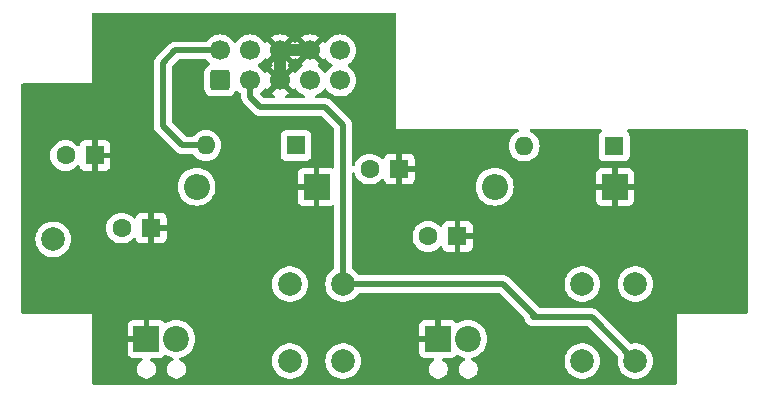
<source format=gbl>
G04 #@! TF.GenerationSoftware,KiCad,Pcbnew,8.0.0-rc1*
G04 #@! TF.CreationDate,2025-07-19T19:19:54+02:00*
G04 #@! TF.ProjectId,Pneumatic control unit system,506e6575-6d61-4746-9963-20636f6e7472,rev?*
G04 #@! TF.SameCoordinates,Original*
G04 #@! TF.FileFunction,Copper,L2,Bot*
G04 #@! TF.FilePolarity,Positive*
%FSLAX46Y46*%
G04 Gerber Fmt 4.6, Leading zero omitted, Abs format (unit mm)*
G04 Created by KiCad (PCBNEW 8.0.0-rc1) date 2025-07-19 19:19:54*
%MOMM*%
%LPD*%
G01*
G04 APERTURE LIST*
G04 Aperture macros list*
%AMRoundRect*
0 Rectangle with rounded corners*
0 $1 Rounding radius*
0 $2 $3 $4 $5 $6 $7 $8 $9 X,Y pos of 4 corners*
0 Add a 4 corners polygon primitive as box body*
4,1,4,$2,$3,$4,$5,$6,$7,$8,$9,$2,$3,0*
0 Add four circle primitives for the rounded corners*
1,1,$1+$1,$2,$3*
1,1,$1+$1,$4,$5*
1,1,$1+$1,$6,$7*
1,1,$1+$1,$8,$9*
0 Add four rect primitives between the rounded corners*
20,1,$1+$1,$2,$3,$4,$5,0*
20,1,$1+$1,$4,$5,$6,$7,0*
20,1,$1+$1,$6,$7,$8,$9,0*
20,1,$1+$1,$8,$9,$2,$3,0*%
G04 Aperture macros list end*
G04 #@! TA.AperFunction,ComponentPad*
%ADD10R,1.600000X1.600000*%
G04 #@! TD*
G04 #@! TA.AperFunction,ComponentPad*
%ADD11O,1.600000X1.600000*%
G04 #@! TD*
G04 #@! TA.AperFunction,ComponentPad*
%ADD12R,2.200000X2.200000*%
G04 #@! TD*
G04 #@! TA.AperFunction,ComponentPad*
%ADD13O,2.200000X2.200000*%
G04 #@! TD*
G04 #@! TA.AperFunction,ComponentPad*
%ADD14C,2.000000*%
G04 #@! TD*
G04 #@! TA.AperFunction,ComponentPad*
%ADD15RoundRect,0.250000X0.600000X-0.600000X0.600000X0.600000X-0.600000X0.600000X-0.600000X-0.600000X0*%
G04 #@! TD*
G04 #@! TA.AperFunction,ComponentPad*
%ADD16C,1.700000*%
G04 #@! TD*
G04 #@! TA.AperFunction,ComponentPad*
%ADD17C,2.200000*%
G04 #@! TD*
G04 #@! TA.AperFunction,ComponentPad*
%ADD18C,1.600000*%
G04 #@! TD*
G04 #@! TA.AperFunction,ViaPad*
%ADD19C,0.600000*%
G04 #@! TD*
G04 #@! TA.AperFunction,Conductor*
%ADD20C,0.500000*%
G04 #@! TD*
G04 #@! TA.AperFunction,Conductor*
%ADD21C,1.000000*%
G04 #@! TD*
G04 APERTURE END LIST*
D10*
X44250000Y-33250000D03*
D11*
X36630000Y-33250000D03*
D12*
X71250000Y-36750000D03*
D13*
X61090000Y-36750000D03*
D14*
X43750000Y-51500000D03*
X43750000Y-45000000D03*
X48250000Y-51500000D03*
X48250000Y-45000000D03*
X68500000Y-51500000D03*
X68500000Y-45000000D03*
X73000000Y-51500000D03*
X73000000Y-45000000D03*
X23700000Y-41200000D03*
D12*
X46000000Y-36750000D03*
D13*
X35840000Y-36750000D03*
D15*
X37840000Y-27750000D03*
D16*
X37840000Y-25210000D03*
X40380000Y-27750000D03*
X40380000Y-25210000D03*
X42920000Y-27750000D03*
X42920000Y-25210000D03*
X45460000Y-27750000D03*
X45460000Y-25210000D03*
X48000000Y-27750000D03*
X48000000Y-25210000D03*
D12*
X31600000Y-49646860D03*
D17*
X34140000Y-49646860D03*
D10*
X71200000Y-33300000D03*
D11*
X63580000Y-33300000D03*
D12*
X56300610Y-49646860D03*
D17*
X58840610Y-49646860D03*
D10*
X32000000Y-40250000D03*
D18*
X29500000Y-40250000D03*
D10*
X53000000Y-35250000D03*
D18*
X50500000Y-35250000D03*
D10*
X57932380Y-40950000D03*
D18*
X55432380Y-40950000D03*
D10*
X27250000Y-34100000D03*
D18*
X24750000Y-34100000D03*
D19*
X62000000Y-50250000D03*
X37250000Y-50000000D03*
D20*
X46750000Y-30000000D02*
X41250000Y-30000000D01*
X61800000Y-45000000D02*
X48250000Y-45000000D01*
X61800000Y-45000000D02*
X64600000Y-47800000D01*
X69300000Y-47800000D02*
X73000000Y-51500000D01*
X64350000Y-47800000D02*
X69200000Y-47800000D01*
X40380000Y-29130000D02*
X40380000Y-27750000D01*
X41250000Y-30000000D02*
X40380000Y-29130000D01*
X48250000Y-31500000D02*
X48250000Y-45000000D01*
X46750000Y-30000000D02*
X48250000Y-31500000D01*
D21*
X42920000Y-25210000D02*
X42920000Y-27750000D01*
X45460000Y-25210000D02*
X42920000Y-25210000D01*
D20*
X37840000Y-25210000D02*
X34040000Y-25210000D01*
X34650000Y-33250000D02*
X36630000Y-33250000D01*
X33000000Y-31600000D02*
X34650000Y-33250000D01*
X34040000Y-25210000D02*
X33000000Y-26250000D01*
X33000000Y-26250000D02*
X33000000Y-31600000D01*
G04 #@! TA.AperFunction,Conductor*
G36*
X42454075Y-27942993D02*
G01*
X42519901Y-28057007D01*
X42612993Y-28150099D01*
X42727007Y-28215925D01*
X42790590Y-28232962D01*
X42158625Y-28864925D01*
X42242421Y-28923600D01*
X42434393Y-29013118D01*
X42486832Y-29059290D01*
X42505984Y-29126484D01*
X42485768Y-29193365D01*
X42432603Y-29238700D01*
X42381988Y-29249500D01*
X41612230Y-29249500D01*
X41545191Y-29229815D01*
X41524549Y-29213181D01*
X41263313Y-28951945D01*
X41229828Y-28890622D01*
X41234812Y-28820930D01*
X41263313Y-28776583D01*
X41418495Y-28621401D01*
X41548732Y-28435403D01*
X41603307Y-28391780D01*
X41672805Y-28384586D01*
X41735160Y-28416109D01*
X41751880Y-28435405D01*
X41805073Y-28511373D01*
X42437037Y-27879409D01*
X42454075Y-27942993D01*
G37*
G04 #@! TD.AperFunction*
G04 #@! TA.AperFunction,Conductor*
G36*
X44034925Y-28511373D02*
G01*
X44088119Y-28435405D01*
X44142696Y-28391781D01*
X44212195Y-28384588D01*
X44274549Y-28416110D01*
X44291269Y-28435405D01*
X44421505Y-28621401D01*
X44588599Y-28788495D01*
X44631675Y-28818657D01*
X44782165Y-28924032D01*
X44782167Y-28924033D01*
X44782170Y-28924035D01*
X44973209Y-29013118D01*
X45025648Y-29059290D01*
X45044800Y-29126484D01*
X45024584Y-29193365D01*
X44971419Y-29238700D01*
X44920804Y-29249500D01*
X43458012Y-29249500D01*
X43390973Y-29229815D01*
X43345218Y-29177011D01*
X43335274Y-29107853D01*
X43364299Y-29044297D01*
X43405607Y-29013118D01*
X43597578Y-28923600D01*
X43597582Y-28923598D01*
X43681373Y-28864926D01*
X43681373Y-28864925D01*
X43049409Y-28232962D01*
X43112993Y-28215925D01*
X43227007Y-28150099D01*
X43320099Y-28057007D01*
X43385925Y-27942993D01*
X43402962Y-27879410D01*
X44034925Y-28511373D01*
G37*
G04 #@! TD.AperFunction*
G04 #@! TA.AperFunction,Conductor*
G36*
X42454075Y-25402993D02*
G01*
X42519901Y-25517007D01*
X42612993Y-25610099D01*
X42727007Y-25675925D01*
X42790590Y-25692962D01*
X42158625Y-26324925D01*
X42235031Y-26378425D01*
X42278655Y-26433002D01*
X42285848Y-26502501D01*
X42254326Y-26564855D01*
X42235029Y-26581576D01*
X42158625Y-26635072D01*
X42790590Y-27267037D01*
X42727007Y-27284075D01*
X42612993Y-27349901D01*
X42519901Y-27442993D01*
X42454075Y-27557007D01*
X42437037Y-27620590D01*
X41805073Y-26988626D01*
X41751881Y-27064594D01*
X41697304Y-27108219D01*
X41627806Y-27115413D01*
X41565451Y-27083891D01*
X41548730Y-27064594D01*
X41418494Y-26878597D01*
X41251402Y-26711506D01*
X41251396Y-26711501D01*
X41065842Y-26581575D01*
X41022217Y-26526998D01*
X41015023Y-26457500D01*
X41046546Y-26395145D01*
X41065842Y-26378425D01*
X41193165Y-26289272D01*
X41251401Y-26248495D01*
X41418495Y-26081401D01*
X41548732Y-25895403D01*
X41603307Y-25851780D01*
X41672805Y-25844586D01*
X41735160Y-25876109D01*
X41751880Y-25895405D01*
X41805073Y-25971373D01*
X42437037Y-25339409D01*
X42454075Y-25402993D01*
G37*
G04 #@! TD.AperFunction*
G04 #@! TA.AperFunction,Conductor*
G36*
X44994075Y-25402993D02*
G01*
X45059901Y-25517007D01*
X45152993Y-25610099D01*
X45267007Y-25675925D01*
X45330590Y-25692962D01*
X44698625Y-26324925D01*
X44774594Y-26378119D01*
X44818219Y-26432696D01*
X44825413Y-26502194D01*
X44793890Y-26564549D01*
X44774595Y-26581269D01*
X44588594Y-26711508D01*
X44421505Y-26878597D01*
X44291269Y-27064595D01*
X44236692Y-27108220D01*
X44167194Y-27115414D01*
X44104839Y-27083891D01*
X44088119Y-27064595D01*
X44034925Y-26988626D01*
X44034925Y-26988625D01*
X43402962Y-27620589D01*
X43385925Y-27557007D01*
X43320099Y-27442993D01*
X43227007Y-27349901D01*
X43112993Y-27284075D01*
X43049410Y-27267037D01*
X43681373Y-26635073D01*
X43604969Y-26581576D01*
X43561344Y-26526999D01*
X43554150Y-26457501D01*
X43585672Y-26395146D01*
X43604968Y-26378425D01*
X43681373Y-26324925D01*
X43049409Y-25692962D01*
X43112993Y-25675925D01*
X43227007Y-25610099D01*
X43320099Y-25517007D01*
X43385925Y-25402993D01*
X43402962Y-25339410D01*
X44034925Y-25971373D01*
X44088425Y-25894968D01*
X44143002Y-25851344D01*
X44212501Y-25844151D01*
X44274855Y-25875673D01*
X44291576Y-25894969D01*
X44345073Y-25971372D01*
X44977037Y-25339409D01*
X44994075Y-25402993D01*
G37*
G04 #@! TD.AperFunction*
G04 #@! TA.AperFunction,Conductor*
G36*
X46574925Y-25971373D02*
G01*
X46628119Y-25895405D01*
X46682696Y-25851781D01*
X46752195Y-25844588D01*
X46814549Y-25876110D01*
X46831269Y-25895405D01*
X46961505Y-26081401D01*
X46961506Y-26081402D01*
X47128597Y-26248493D01*
X47128603Y-26248498D01*
X47314158Y-26378425D01*
X47357783Y-26433002D01*
X47364977Y-26502500D01*
X47333454Y-26564855D01*
X47314158Y-26581575D01*
X47128597Y-26711505D01*
X46961505Y-26878597D01*
X46831575Y-27064158D01*
X46776998Y-27107783D01*
X46707500Y-27114977D01*
X46645145Y-27083454D01*
X46628425Y-27064158D01*
X46498494Y-26878597D01*
X46331402Y-26711506D01*
X46331401Y-26711505D01*
X46145405Y-26581269D01*
X46101781Y-26526692D01*
X46094588Y-26457193D01*
X46126110Y-26394839D01*
X46145405Y-26378119D01*
X46221373Y-26324925D01*
X45589409Y-25692962D01*
X45652993Y-25675925D01*
X45767007Y-25610099D01*
X45860099Y-25517007D01*
X45925925Y-25402993D01*
X45942962Y-25339410D01*
X46574925Y-25971373D01*
G37*
G04 #@! TD.AperFunction*
G04 #@! TA.AperFunction,Conductor*
G36*
X52693039Y-22020185D02*
G01*
X52738794Y-22072989D01*
X52750000Y-22124500D01*
X52750000Y-23350000D01*
X52750000Y-31850000D01*
X63017364Y-31866694D01*
X63084369Y-31886488D01*
X63130038Y-31939366D01*
X63139869Y-32008541D01*
X63110741Y-32072049D01*
X63069565Y-32103076D01*
X62927267Y-32169431D01*
X62927265Y-32169432D01*
X62740858Y-32299954D01*
X62579954Y-32460858D01*
X62449432Y-32647265D01*
X62449431Y-32647267D01*
X62353261Y-32853502D01*
X62353258Y-32853511D01*
X62294366Y-33073302D01*
X62294364Y-33073313D01*
X62274532Y-33299998D01*
X62274532Y-33300001D01*
X62294364Y-33526686D01*
X62294366Y-33526697D01*
X62353258Y-33746488D01*
X62353261Y-33746497D01*
X62449431Y-33952732D01*
X62449432Y-33952734D01*
X62579954Y-34139141D01*
X62740858Y-34300045D01*
X62740861Y-34300047D01*
X62927266Y-34430568D01*
X63133504Y-34526739D01*
X63353308Y-34585635D01*
X63515230Y-34599801D01*
X63579998Y-34605468D01*
X63580000Y-34605468D01*
X63580002Y-34605468D01*
X63636807Y-34600498D01*
X63806692Y-34585635D01*
X64026496Y-34526739D01*
X64232734Y-34430568D01*
X64419139Y-34300047D01*
X64580047Y-34139139D01*
X64710568Y-33952734D01*
X64806739Y-33746496D01*
X64865635Y-33526692D01*
X64885468Y-33300000D01*
X64884719Y-33291443D01*
X64865635Y-33073313D01*
X64865635Y-33073308D01*
X64806739Y-32853504D01*
X64710568Y-32647266D01*
X64593319Y-32479815D01*
X64580045Y-32460858D01*
X64419141Y-32299954D01*
X64232734Y-32169432D01*
X64232732Y-32169431D01*
X64174880Y-32142454D01*
X64094372Y-32104912D01*
X64041934Y-32058740D01*
X64022782Y-31991547D01*
X64042998Y-31924666D01*
X64096163Y-31879331D01*
X64146977Y-31868531D01*
X70023249Y-31878086D01*
X70090255Y-31897880D01*
X70135924Y-31950758D01*
X70145755Y-32019933D01*
X70116627Y-32083441D01*
X70097358Y-32101352D01*
X70042452Y-32142455D01*
X69956206Y-32257664D01*
X69956202Y-32257671D01*
X69905908Y-32392517D01*
X69900092Y-32446623D01*
X69899501Y-32452123D01*
X69899500Y-32452135D01*
X69899500Y-34147870D01*
X69899501Y-34147876D01*
X69905908Y-34207483D01*
X69956202Y-34342328D01*
X69956206Y-34342335D01*
X70042452Y-34457544D01*
X70042455Y-34457547D01*
X70157664Y-34543793D01*
X70157671Y-34543797D01*
X70292517Y-34594091D01*
X70292516Y-34594091D01*
X70299444Y-34594835D01*
X70352127Y-34600500D01*
X72047872Y-34600499D01*
X72107483Y-34594091D01*
X72242331Y-34543796D01*
X72357546Y-34457546D01*
X72443796Y-34342331D01*
X72494091Y-34207483D01*
X72500500Y-34147873D01*
X72500499Y-32452128D01*
X72494091Y-32392517D01*
X72475442Y-32342517D01*
X72443797Y-32257671D01*
X72443793Y-32257664D01*
X72357547Y-32142455D01*
X72357544Y-32142452D01*
X72307766Y-32105188D01*
X72265895Y-32049254D01*
X72260911Y-31979563D01*
X72294397Y-31918240D01*
X72355720Y-31884756D01*
X72382276Y-31881922D01*
X82375704Y-31898171D01*
X82442709Y-31917965D01*
X82488378Y-31970843D01*
X82499500Y-32022171D01*
X82499500Y-47376000D01*
X82479815Y-47443039D01*
X82427011Y-47488794D01*
X82375500Y-47500000D01*
X76500000Y-47500000D01*
X76500000Y-53375500D01*
X76480315Y-53442539D01*
X76427511Y-53488294D01*
X76376000Y-53499500D01*
X27124000Y-53499500D01*
X27056961Y-53479815D01*
X27011206Y-53427011D01*
X27000000Y-53375500D01*
X27000000Y-50794704D01*
X30000000Y-50794704D01*
X30006401Y-50854232D01*
X30006403Y-50854239D01*
X30056645Y-50988946D01*
X30056649Y-50988953D01*
X30142809Y-51104047D01*
X30142812Y-51104050D01*
X30257906Y-51190210D01*
X30257913Y-51190214D01*
X30392620Y-51240456D01*
X30392627Y-51240458D01*
X30452155Y-51246859D01*
X30452172Y-51246860D01*
X31157218Y-51246860D01*
X31224257Y-51266545D01*
X31270012Y-51319349D01*
X31279956Y-51388507D01*
X31250931Y-51452063D01*
X31224999Y-51472754D01*
X31225886Y-51474081D01*
X31089711Y-51565070D01*
X31089707Y-51565073D01*
X30978213Y-51676567D01*
X30978210Y-51676571D01*
X30890609Y-51807674D01*
X30890602Y-51807687D01*
X30830264Y-51953358D01*
X30830261Y-51953370D01*
X30799500Y-52108013D01*
X30799500Y-52265706D01*
X30830261Y-52420349D01*
X30830264Y-52420361D01*
X30890602Y-52566032D01*
X30890609Y-52566045D01*
X30978210Y-52697148D01*
X30978213Y-52697152D01*
X31089707Y-52808646D01*
X31089711Y-52808649D01*
X31220814Y-52896250D01*
X31220827Y-52896257D01*
X31366498Y-52956595D01*
X31366503Y-52956597D01*
X31521153Y-52987359D01*
X31521156Y-52987360D01*
X31521158Y-52987360D01*
X31678844Y-52987360D01*
X31678845Y-52987359D01*
X31833497Y-52956597D01*
X31979179Y-52896254D01*
X32110289Y-52808649D01*
X32221789Y-52697149D01*
X32309394Y-52566039D01*
X32369737Y-52420357D01*
X32400500Y-52265702D01*
X32400500Y-52108018D01*
X32400500Y-52108015D01*
X32400499Y-52108013D01*
X32369738Y-51953370D01*
X32369737Y-51953363D01*
X32369735Y-51953358D01*
X32309397Y-51807687D01*
X32309390Y-51807674D01*
X32221789Y-51676571D01*
X32221786Y-51676567D01*
X32110292Y-51565073D01*
X32110288Y-51565070D01*
X31974114Y-51474081D01*
X31975695Y-51471714D01*
X31934526Y-51431330D01*
X31919019Y-51363203D01*
X31942805Y-51297507D01*
X31998334Y-51255100D01*
X32042782Y-51246860D01*
X32747828Y-51246860D01*
X32747844Y-51246859D01*
X32807372Y-51240458D01*
X32807379Y-51240456D01*
X32942086Y-51190214D01*
X32942093Y-51190210D01*
X33057186Y-51104050D01*
X33114498Y-51027493D01*
X33170432Y-50985622D01*
X33240124Y-50980638D01*
X33278555Y-50996077D01*
X33411140Y-51077326D01*
X33494383Y-51111806D01*
X33643889Y-51173733D01*
X33811043Y-51213863D01*
X33871634Y-51248652D01*
X33903799Y-51310678D01*
X33897323Y-51380247D01*
X33854264Y-51435271D01*
X33829550Y-51448997D01*
X33760820Y-51477466D01*
X33760814Y-51477469D01*
X33629711Y-51565070D01*
X33629707Y-51565073D01*
X33518213Y-51676567D01*
X33518210Y-51676571D01*
X33430609Y-51807674D01*
X33430602Y-51807687D01*
X33370264Y-51953358D01*
X33370261Y-51953370D01*
X33339500Y-52108013D01*
X33339500Y-52265706D01*
X33370261Y-52420349D01*
X33370264Y-52420361D01*
X33430602Y-52566032D01*
X33430609Y-52566045D01*
X33518210Y-52697148D01*
X33518213Y-52697152D01*
X33629707Y-52808646D01*
X33629711Y-52808649D01*
X33760814Y-52896250D01*
X33760827Y-52896257D01*
X33906498Y-52956595D01*
X33906503Y-52956597D01*
X34061153Y-52987359D01*
X34061156Y-52987360D01*
X34061158Y-52987360D01*
X34218844Y-52987360D01*
X34218845Y-52987359D01*
X34373497Y-52956597D01*
X34519179Y-52896254D01*
X34650289Y-52808649D01*
X34761789Y-52697149D01*
X34849394Y-52566039D01*
X34909737Y-52420357D01*
X34940500Y-52265702D01*
X34940500Y-52108018D01*
X34940500Y-52108015D01*
X34940499Y-52108013D01*
X34909738Y-51953370D01*
X34909737Y-51953363D01*
X34909735Y-51953358D01*
X34849397Y-51807687D01*
X34849390Y-51807674D01*
X34761789Y-51676571D01*
X34761786Y-51676567D01*
X34650292Y-51565073D01*
X34650288Y-51565070D01*
X34552912Y-51500005D01*
X42244357Y-51500005D01*
X42264890Y-51747812D01*
X42264892Y-51747824D01*
X42325936Y-51988881D01*
X42425826Y-52216606D01*
X42561833Y-52424782D01*
X42561836Y-52424785D01*
X42730256Y-52607738D01*
X42926491Y-52760474D01*
X43145190Y-52878828D01*
X43380386Y-52959571D01*
X43625665Y-53000500D01*
X43874335Y-53000500D01*
X44119614Y-52959571D01*
X44354810Y-52878828D01*
X44573509Y-52760474D01*
X44769744Y-52607738D01*
X44938164Y-52424785D01*
X45074173Y-52216607D01*
X45174063Y-51988881D01*
X45235108Y-51747821D01*
X45241012Y-51676571D01*
X45255643Y-51500005D01*
X46744357Y-51500005D01*
X46764890Y-51747812D01*
X46764892Y-51747824D01*
X46825936Y-51988881D01*
X46925826Y-52216606D01*
X47061833Y-52424782D01*
X47061836Y-52424785D01*
X47230256Y-52607738D01*
X47426491Y-52760474D01*
X47645190Y-52878828D01*
X47880386Y-52959571D01*
X48125665Y-53000500D01*
X48374335Y-53000500D01*
X48619614Y-52959571D01*
X48854810Y-52878828D01*
X49073509Y-52760474D01*
X49269744Y-52607738D01*
X49438164Y-52424785D01*
X49574173Y-52216607D01*
X49674063Y-51988881D01*
X49735108Y-51747821D01*
X49741012Y-51676571D01*
X49755643Y-51500005D01*
X49755643Y-51499994D01*
X49735109Y-51252187D01*
X49735107Y-51252175D01*
X49674063Y-51011118D01*
X49579134Y-50794704D01*
X54700610Y-50794704D01*
X54707011Y-50854232D01*
X54707013Y-50854239D01*
X54757255Y-50988946D01*
X54757259Y-50988953D01*
X54843419Y-51104047D01*
X54843422Y-51104050D01*
X54958516Y-51190210D01*
X54958523Y-51190214D01*
X55093230Y-51240456D01*
X55093237Y-51240458D01*
X55152765Y-51246859D01*
X55152782Y-51246860D01*
X55857828Y-51246860D01*
X55924867Y-51266545D01*
X55970622Y-51319349D01*
X55980566Y-51388507D01*
X55951541Y-51452063D01*
X55925609Y-51472754D01*
X55926496Y-51474081D01*
X55790321Y-51565070D01*
X55790317Y-51565073D01*
X55678823Y-51676567D01*
X55678820Y-51676571D01*
X55591219Y-51807674D01*
X55591212Y-51807687D01*
X55530874Y-51953358D01*
X55530871Y-51953370D01*
X55500110Y-52108013D01*
X55500110Y-52265706D01*
X55530871Y-52420349D01*
X55530874Y-52420361D01*
X55591212Y-52566032D01*
X55591219Y-52566045D01*
X55678820Y-52697148D01*
X55678823Y-52697152D01*
X55790317Y-52808646D01*
X55790321Y-52808649D01*
X55921424Y-52896250D01*
X55921437Y-52896257D01*
X56067108Y-52956595D01*
X56067113Y-52956597D01*
X56221763Y-52987359D01*
X56221766Y-52987360D01*
X56221768Y-52987360D01*
X56379454Y-52987360D01*
X56379455Y-52987359D01*
X56534107Y-52956597D01*
X56679789Y-52896254D01*
X56810899Y-52808649D01*
X56922399Y-52697149D01*
X57010004Y-52566039D01*
X57070347Y-52420357D01*
X57101110Y-52265702D01*
X57101110Y-52108018D01*
X57101110Y-52108015D01*
X57101109Y-52108013D01*
X57070348Y-51953370D01*
X57070347Y-51953363D01*
X57070345Y-51953358D01*
X57010007Y-51807687D01*
X57010000Y-51807674D01*
X56922399Y-51676571D01*
X56922396Y-51676567D01*
X56810902Y-51565073D01*
X56810898Y-51565070D01*
X56674724Y-51474081D01*
X56676305Y-51471714D01*
X56635136Y-51431330D01*
X56619629Y-51363203D01*
X56643415Y-51297507D01*
X56698944Y-51255100D01*
X56743392Y-51246860D01*
X57448438Y-51246860D01*
X57448454Y-51246859D01*
X57507982Y-51240458D01*
X57507989Y-51240456D01*
X57642696Y-51190214D01*
X57642703Y-51190210D01*
X57757796Y-51104050D01*
X57815108Y-51027493D01*
X57871042Y-50985622D01*
X57940734Y-50980638D01*
X57979165Y-50996077D01*
X58111750Y-51077326D01*
X58194993Y-51111806D01*
X58344499Y-51173733D01*
X58511653Y-51213863D01*
X58572244Y-51248652D01*
X58604409Y-51310678D01*
X58597933Y-51380247D01*
X58554874Y-51435271D01*
X58530160Y-51448997D01*
X58461430Y-51477466D01*
X58461424Y-51477469D01*
X58330321Y-51565070D01*
X58330317Y-51565073D01*
X58218823Y-51676567D01*
X58218820Y-51676571D01*
X58131219Y-51807674D01*
X58131212Y-51807687D01*
X58070874Y-51953358D01*
X58070871Y-51953370D01*
X58040110Y-52108013D01*
X58040110Y-52265706D01*
X58070871Y-52420349D01*
X58070874Y-52420361D01*
X58131212Y-52566032D01*
X58131219Y-52566045D01*
X58218820Y-52697148D01*
X58218823Y-52697152D01*
X58330317Y-52808646D01*
X58330321Y-52808649D01*
X58461424Y-52896250D01*
X58461437Y-52896257D01*
X58607108Y-52956595D01*
X58607113Y-52956597D01*
X58761763Y-52987359D01*
X58761766Y-52987360D01*
X58761768Y-52987360D01*
X58919454Y-52987360D01*
X58919455Y-52987359D01*
X59074107Y-52956597D01*
X59219789Y-52896254D01*
X59350899Y-52808649D01*
X59462399Y-52697149D01*
X59550004Y-52566039D01*
X59610347Y-52420357D01*
X59641110Y-52265702D01*
X59641110Y-52108018D01*
X59641110Y-52108015D01*
X59641109Y-52108013D01*
X59610348Y-51953370D01*
X59610347Y-51953363D01*
X59610345Y-51953358D01*
X59550007Y-51807687D01*
X59550000Y-51807674D01*
X59462399Y-51676571D01*
X59462396Y-51676567D01*
X59350902Y-51565073D01*
X59350898Y-51565070D01*
X59253522Y-51500005D01*
X66994357Y-51500005D01*
X67014890Y-51747812D01*
X67014892Y-51747824D01*
X67075936Y-51988881D01*
X67175826Y-52216606D01*
X67311833Y-52424782D01*
X67311836Y-52424785D01*
X67480256Y-52607738D01*
X67676491Y-52760474D01*
X67895190Y-52878828D01*
X68130386Y-52959571D01*
X68375665Y-53000500D01*
X68624335Y-53000500D01*
X68869614Y-52959571D01*
X69104810Y-52878828D01*
X69323509Y-52760474D01*
X69519744Y-52607738D01*
X69688164Y-52424785D01*
X69824173Y-52216607D01*
X69924063Y-51988881D01*
X69985108Y-51747821D01*
X69991012Y-51676571D01*
X70005643Y-51500005D01*
X70005643Y-51499994D01*
X69985109Y-51252187D01*
X69985107Y-51252175D01*
X69924063Y-51011118D01*
X69824173Y-50783393D01*
X69688166Y-50575217D01*
X69666557Y-50551744D01*
X69519744Y-50392262D01*
X69323509Y-50239526D01*
X69323507Y-50239525D01*
X69323506Y-50239524D01*
X69104811Y-50121172D01*
X69104802Y-50121169D01*
X68869616Y-50040429D01*
X68624335Y-49999500D01*
X68375665Y-49999500D01*
X68130383Y-50040429D01*
X67895197Y-50121169D01*
X67895188Y-50121172D01*
X67676493Y-50239524D01*
X67480257Y-50392261D01*
X67311833Y-50575217D01*
X67175826Y-50783393D01*
X67075936Y-51011118D01*
X67014892Y-51252175D01*
X67014890Y-51252187D01*
X66994357Y-51499994D01*
X66994357Y-51500005D01*
X59253522Y-51500005D01*
X59219795Y-51477469D01*
X59219785Y-51477464D01*
X59151060Y-51448997D01*
X59096657Y-51405156D01*
X59074592Y-51338861D01*
X59091871Y-51271162D01*
X59143009Y-51223552D01*
X59169560Y-51213864D01*
X59336721Y-51173733D01*
X59569469Y-51077326D01*
X59784269Y-50945696D01*
X59975834Y-50782084D01*
X60139446Y-50590519D01*
X60271076Y-50375719D01*
X60367483Y-50142971D01*
X60426293Y-49898008D01*
X60446059Y-49646860D01*
X60426293Y-49395712D01*
X60367483Y-49150749D01*
X60271076Y-48918001D01*
X60271076Y-48918000D01*
X60139449Y-48703206D01*
X60139448Y-48703203D01*
X60040046Y-48586819D01*
X59975834Y-48511636D01*
X59825160Y-48382948D01*
X59784266Y-48348021D01*
X59784263Y-48348020D01*
X59569469Y-48216393D01*
X59336720Y-48119986D01*
X59091761Y-48061177D01*
X58840610Y-48041411D01*
X58589458Y-48061177D01*
X58344499Y-48119986D01*
X58111755Y-48216391D01*
X57979165Y-48297643D01*
X57911719Y-48315887D01*
X57845116Y-48294770D01*
X57815109Y-48266226D01*
X57757800Y-48189672D01*
X57757797Y-48189669D01*
X57642703Y-48103509D01*
X57642696Y-48103505D01*
X57507989Y-48053263D01*
X57507982Y-48053261D01*
X57448454Y-48046860D01*
X56550610Y-48046860D01*
X56550610Y-49156112D01*
X56512902Y-49134342D01*
X56373019Y-49096860D01*
X56228201Y-49096860D01*
X56088318Y-49134342D01*
X56050610Y-49156112D01*
X56050610Y-48046860D01*
X55152765Y-48046860D01*
X55093237Y-48053261D01*
X55093230Y-48053263D01*
X54958523Y-48103505D01*
X54958516Y-48103509D01*
X54843422Y-48189669D01*
X54843419Y-48189672D01*
X54757259Y-48304766D01*
X54757255Y-48304773D01*
X54707013Y-48439480D01*
X54707011Y-48439487D01*
X54700610Y-48499015D01*
X54700610Y-49396860D01*
X55809862Y-49396860D01*
X55788092Y-49434568D01*
X55750610Y-49574451D01*
X55750610Y-49719269D01*
X55788092Y-49859152D01*
X55809862Y-49896860D01*
X54700610Y-49896860D01*
X54700610Y-50794704D01*
X49579134Y-50794704D01*
X49574173Y-50783393D01*
X49438166Y-50575217D01*
X49416557Y-50551744D01*
X49269744Y-50392262D01*
X49073509Y-50239526D01*
X49073507Y-50239525D01*
X49073506Y-50239524D01*
X48854811Y-50121172D01*
X48854802Y-50121169D01*
X48619616Y-50040429D01*
X48374335Y-49999500D01*
X48125665Y-49999500D01*
X47880383Y-50040429D01*
X47645197Y-50121169D01*
X47645188Y-50121172D01*
X47426493Y-50239524D01*
X47230257Y-50392261D01*
X47061833Y-50575217D01*
X46925826Y-50783393D01*
X46825936Y-51011118D01*
X46764892Y-51252175D01*
X46764890Y-51252187D01*
X46744357Y-51499994D01*
X46744357Y-51500005D01*
X45255643Y-51500005D01*
X45255643Y-51499994D01*
X45235109Y-51252187D01*
X45235107Y-51252175D01*
X45174063Y-51011118D01*
X45074173Y-50783393D01*
X44938166Y-50575217D01*
X44916557Y-50551744D01*
X44769744Y-50392262D01*
X44573509Y-50239526D01*
X44573507Y-50239525D01*
X44573506Y-50239524D01*
X44354811Y-50121172D01*
X44354802Y-50121169D01*
X44119616Y-50040429D01*
X43874335Y-49999500D01*
X43625665Y-49999500D01*
X43380383Y-50040429D01*
X43145197Y-50121169D01*
X43145188Y-50121172D01*
X42926493Y-50239524D01*
X42730257Y-50392261D01*
X42561833Y-50575217D01*
X42425826Y-50783393D01*
X42325936Y-51011118D01*
X42264892Y-51252175D01*
X42264890Y-51252187D01*
X42244357Y-51499994D01*
X42244357Y-51500005D01*
X34552912Y-51500005D01*
X34519185Y-51477469D01*
X34519175Y-51477464D01*
X34450450Y-51448997D01*
X34396047Y-51405156D01*
X34373982Y-51338861D01*
X34391261Y-51271162D01*
X34442399Y-51223552D01*
X34468950Y-51213864D01*
X34636111Y-51173733D01*
X34868859Y-51077326D01*
X35083659Y-50945696D01*
X35275224Y-50782084D01*
X35438836Y-50590519D01*
X35570466Y-50375719D01*
X35666873Y-50142971D01*
X35725683Y-49898008D01*
X35745449Y-49646860D01*
X35725683Y-49395712D01*
X35666873Y-49150749D01*
X35570466Y-48918001D01*
X35570466Y-48918000D01*
X35438839Y-48703206D01*
X35438838Y-48703203D01*
X35339436Y-48586819D01*
X35275224Y-48511636D01*
X35124550Y-48382948D01*
X35083656Y-48348021D01*
X35083653Y-48348020D01*
X34868859Y-48216393D01*
X34636110Y-48119986D01*
X34391151Y-48061177D01*
X34140000Y-48041411D01*
X33888848Y-48061177D01*
X33643889Y-48119986D01*
X33411145Y-48216391D01*
X33278555Y-48297643D01*
X33211109Y-48315887D01*
X33144506Y-48294770D01*
X33114499Y-48266226D01*
X33057190Y-48189672D01*
X33057187Y-48189669D01*
X32942093Y-48103509D01*
X32942086Y-48103505D01*
X32807379Y-48053263D01*
X32807372Y-48053261D01*
X32747844Y-48046860D01*
X31850000Y-48046860D01*
X31850000Y-49156112D01*
X31812292Y-49134342D01*
X31672409Y-49096860D01*
X31527591Y-49096860D01*
X31387708Y-49134342D01*
X31350000Y-49156112D01*
X31350000Y-48046860D01*
X30452155Y-48046860D01*
X30392627Y-48053261D01*
X30392620Y-48053263D01*
X30257913Y-48103505D01*
X30257906Y-48103509D01*
X30142812Y-48189669D01*
X30142809Y-48189672D01*
X30056649Y-48304766D01*
X30056645Y-48304773D01*
X30006403Y-48439480D01*
X30006401Y-48439487D01*
X30000000Y-48499015D01*
X30000000Y-49396860D01*
X31109252Y-49396860D01*
X31087482Y-49434568D01*
X31050000Y-49574451D01*
X31050000Y-49719269D01*
X31087482Y-49859152D01*
X31109252Y-49896860D01*
X30000000Y-49896860D01*
X30000000Y-50794704D01*
X27000000Y-50794704D01*
X27000000Y-47500000D01*
X21124500Y-47500000D01*
X21057461Y-47480315D01*
X21011706Y-47427511D01*
X21000500Y-47376000D01*
X21000500Y-45000005D01*
X42244357Y-45000005D01*
X42264890Y-45247812D01*
X42264892Y-45247824D01*
X42325936Y-45488881D01*
X42425826Y-45716606D01*
X42561833Y-45924782D01*
X42561835Y-45924784D01*
X42561836Y-45924785D01*
X42730256Y-46107738D01*
X42926491Y-46260474D01*
X43145190Y-46378828D01*
X43380386Y-46459571D01*
X43625665Y-46500500D01*
X43874335Y-46500500D01*
X44119614Y-46459571D01*
X44354810Y-46378828D01*
X44573509Y-46260474D01*
X44769744Y-46107738D01*
X44938164Y-45924785D01*
X45074173Y-45716607D01*
X45174063Y-45488881D01*
X45235108Y-45247821D01*
X45255643Y-45000000D01*
X45235108Y-44752179D01*
X45174063Y-44511119D01*
X45132801Y-44417052D01*
X45074173Y-44283393D01*
X44938166Y-44075217D01*
X44916557Y-44051744D01*
X44769744Y-43892262D01*
X44573509Y-43739526D01*
X44573507Y-43739525D01*
X44573506Y-43739524D01*
X44354811Y-43621172D01*
X44354802Y-43621169D01*
X44119616Y-43540429D01*
X43874335Y-43499500D01*
X43625665Y-43499500D01*
X43380383Y-43540429D01*
X43145197Y-43621169D01*
X43145188Y-43621172D01*
X42926493Y-43739524D01*
X42730257Y-43892261D01*
X42561833Y-44075217D01*
X42425826Y-44283393D01*
X42325936Y-44511118D01*
X42264892Y-44752175D01*
X42264890Y-44752187D01*
X42244357Y-44999994D01*
X42244357Y-45000005D01*
X21000500Y-45000005D01*
X21000500Y-41200000D01*
X22194357Y-41200000D01*
X22214890Y-41447812D01*
X22214892Y-41447824D01*
X22275936Y-41688881D01*
X22375826Y-41916606D01*
X22511833Y-42124782D01*
X22511836Y-42124785D01*
X22680256Y-42307738D01*
X22876491Y-42460474D01*
X23095190Y-42578828D01*
X23330386Y-42659571D01*
X23575665Y-42700500D01*
X23824335Y-42700500D01*
X24069614Y-42659571D01*
X24304810Y-42578828D01*
X24523509Y-42460474D01*
X24719744Y-42307738D01*
X24888164Y-42124785D01*
X25024173Y-41916607D01*
X25124063Y-41688881D01*
X25185108Y-41447821D01*
X25195473Y-41322741D01*
X25205643Y-41200000D01*
X25205643Y-41199994D01*
X25185109Y-40952187D01*
X25185107Y-40952175D01*
X25124063Y-40711118D01*
X25024173Y-40483393D01*
X24888166Y-40275217D01*
X24864953Y-40250001D01*
X28194532Y-40250001D01*
X28214364Y-40476686D01*
X28214366Y-40476697D01*
X28273258Y-40696488D01*
X28273261Y-40696497D01*
X28369431Y-40902732D01*
X28369432Y-40902734D01*
X28499954Y-41089141D01*
X28660858Y-41250045D01*
X28660861Y-41250047D01*
X28847266Y-41380568D01*
X29053504Y-41476739D01*
X29273308Y-41535635D01*
X29435230Y-41549801D01*
X29499998Y-41555468D01*
X29500000Y-41555468D01*
X29500002Y-41555468D01*
X29562511Y-41549999D01*
X29726692Y-41535635D01*
X29946496Y-41476739D01*
X30152734Y-41380568D01*
X30339139Y-41250047D01*
X30496694Y-41092491D01*
X30558016Y-41059008D01*
X30627707Y-41063992D01*
X30683641Y-41105863D01*
X30705051Y-41151658D01*
X30706402Y-41157378D01*
X30756645Y-41292086D01*
X30756649Y-41292093D01*
X30842809Y-41407187D01*
X30842812Y-41407190D01*
X30957906Y-41493350D01*
X30957913Y-41493354D01*
X31092620Y-41543596D01*
X31092627Y-41543598D01*
X31152155Y-41549999D01*
X31152172Y-41550000D01*
X31750000Y-41550000D01*
X31750000Y-40565686D01*
X31754394Y-40570080D01*
X31845606Y-40622741D01*
X31947339Y-40650000D01*
X32052661Y-40650000D01*
X32154394Y-40622741D01*
X32245606Y-40570080D01*
X32250000Y-40565686D01*
X32250000Y-41550000D01*
X32847828Y-41550000D01*
X32847844Y-41549999D01*
X32907372Y-41543598D01*
X32907379Y-41543596D01*
X33042086Y-41493354D01*
X33042093Y-41493350D01*
X33157187Y-41407190D01*
X33157190Y-41407187D01*
X33243350Y-41292093D01*
X33243354Y-41292086D01*
X33293596Y-41157379D01*
X33293598Y-41157372D01*
X33299999Y-41097844D01*
X33300000Y-41097827D01*
X33300000Y-40500000D01*
X32315686Y-40500000D01*
X32320080Y-40495606D01*
X32372741Y-40404394D01*
X32400000Y-40302661D01*
X32400000Y-40197339D01*
X32372741Y-40095606D01*
X32320080Y-40004394D01*
X32315686Y-40000000D01*
X33300000Y-40000000D01*
X33300000Y-39402172D01*
X33299999Y-39402155D01*
X33293598Y-39342627D01*
X33293596Y-39342620D01*
X33243354Y-39207913D01*
X33243350Y-39207906D01*
X33157190Y-39092812D01*
X33157187Y-39092809D01*
X33042093Y-39006649D01*
X33042086Y-39006645D01*
X32907379Y-38956403D01*
X32907372Y-38956401D01*
X32847844Y-38950000D01*
X32250000Y-38950000D01*
X32250000Y-39934314D01*
X32245606Y-39929920D01*
X32154394Y-39877259D01*
X32052661Y-39850000D01*
X31947339Y-39850000D01*
X31845606Y-39877259D01*
X31754394Y-39929920D01*
X31750000Y-39934314D01*
X31750000Y-38950000D01*
X31152155Y-38950000D01*
X31092627Y-38956401D01*
X31092620Y-38956403D01*
X30957913Y-39006645D01*
X30957906Y-39006649D01*
X30842812Y-39092809D01*
X30842809Y-39092812D01*
X30756649Y-39207906D01*
X30756645Y-39207913D01*
X30706401Y-39342626D01*
X30705050Y-39348343D01*
X30670475Y-39409058D01*
X30608564Y-39441443D01*
X30538972Y-39435214D01*
X30496693Y-39407506D01*
X30339141Y-39249954D01*
X30152734Y-39119432D01*
X30152732Y-39119431D01*
X29946497Y-39023261D01*
X29946488Y-39023258D01*
X29726697Y-38964366D01*
X29726693Y-38964365D01*
X29726692Y-38964365D01*
X29726691Y-38964364D01*
X29726686Y-38964364D01*
X29500002Y-38944532D01*
X29499998Y-38944532D01*
X29273313Y-38964364D01*
X29273302Y-38964366D01*
X29053511Y-39023258D01*
X29053502Y-39023261D01*
X28847267Y-39119431D01*
X28847265Y-39119432D01*
X28660858Y-39249954D01*
X28499954Y-39410858D01*
X28369432Y-39597265D01*
X28369431Y-39597267D01*
X28273261Y-39803502D01*
X28273258Y-39803511D01*
X28214366Y-40023302D01*
X28214364Y-40023313D01*
X28194532Y-40249998D01*
X28194532Y-40250001D01*
X24864953Y-40250001D01*
X24765018Y-40141443D01*
X24719744Y-40092262D01*
X24523509Y-39939526D01*
X24523507Y-39939525D01*
X24523506Y-39939524D01*
X24304811Y-39821172D01*
X24304802Y-39821169D01*
X24069616Y-39740429D01*
X23824335Y-39699500D01*
X23575665Y-39699500D01*
X23330383Y-39740429D01*
X23095197Y-39821169D01*
X23095188Y-39821172D01*
X22876493Y-39939524D01*
X22680257Y-40092261D01*
X22511833Y-40275217D01*
X22375826Y-40483393D01*
X22275936Y-40711118D01*
X22214892Y-40952175D01*
X22214890Y-40952187D01*
X22194357Y-41199994D01*
X22194357Y-41200000D01*
X21000500Y-41200000D01*
X21000500Y-36750000D01*
X34234551Y-36750000D01*
X34254317Y-37001151D01*
X34313126Y-37246110D01*
X34409533Y-37478859D01*
X34541160Y-37693653D01*
X34541161Y-37693656D01*
X34541164Y-37693659D01*
X34704776Y-37885224D01*
X34789259Y-37957379D01*
X34896343Y-38048838D01*
X34896346Y-38048839D01*
X35111140Y-38180466D01*
X35343889Y-38276873D01*
X35588852Y-38335683D01*
X35840000Y-38355449D01*
X36091148Y-38335683D01*
X36336111Y-38276873D01*
X36568859Y-38180466D01*
X36783659Y-38048836D01*
X36975224Y-37885224D01*
X37138836Y-37693659D01*
X37270466Y-37478859D01*
X37366873Y-37246111D01*
X37425683Y-37001148D01*
X37445449Y-36750000D01*
X37425683Y-36498852D01*
X37366873Y-36253889D01*
X37344552Y-36200000D01*
X37270466Y-36021140D01*
X37138839Y-35806346D01*
X37138838Y-35806343D01*
X37045019Y-35696496D01*
X36975224Y-35614776D01*
X36835694Y-35495606D01*
X36783656Y-35451161D01*
X36783653Y-35451160D01*
X36568859Y-35319533D01*
X36336110Y-35223126D01*
X36091151Y-35164317D01*
X35840000Y-35144551D01*
X35588848Y-35164317D01*
X35343889Y-35223126D01*
X35111140Y-35319533D01*
X34896346Y-35451160D01*
X34896343Y-35451161D01*
X34704776Y-35614776D01*
X34541161Y-35806343D01*
X34541160Y-35806346D01*
X34409533Y-36021140D01*
X34313126Y-36253889D01*
X34254317Y-36498848D01*
X34234551Y-36750000D01*
X21000500Y-36750000D01*
X21000500Y-34100001D01*
X23444532Y-34100001D01*
X23464364Y-34326686D01*
X23464366Y-34326697D01*
X23523258Y-34546488D01*
X23523261Y-34546497D01*
X23619431Y-34752732D01*
X23619432Y-34752734D01*
X23749954Y-34939141D01*
X23910858Y-35100045D01*
X23910861Y-35100047D01*
X24097266Y-35230568D01*
X24303504Y-35326739D01*
X24523308Y-35385635D01*
X24685230Y-35399801D01*
X24749998Y-35405468D01*
X24750000Y-35405468D01*
X24750002Y-35405468D01*
X24812511Y-35399999D01*
X24976692Y-35385635D01*
X25196496Y-35326739D01*
X25402734Y-35230568D01*
X25589139Y-35100047D01*
X25746694Y-34942491D01*
X25808016Y-34909008D01*
X25877707Y-34913992D01*
X25933641Y-34955863D01*
X25955051Y-35001658D01*
X25956402Y-35007378D01*
X26006645Y-35142086D01*
X26006649Y-35142093D01*
X26092809Y-35257187D01*
X26092812Y-35257190D01*
X26207906Y-35343350D01*
X26207913Y-35343354D01*
X26342620Y-35393596D01*
X26342627Y-35393598D01*
X26402155Y-35399999D01*
X26402172Y-35400000D01*
X27000000Y-35400000D01*
X27000000Y-34415686D01*
X27004394Y-34420080D01*
X27095606Y-34472741D01*
X27197339Y-34500000D01*
X27302661Y-34500000D01*
X27404394Y-34472741D01*
X27495606Y-34420080D01*
X27500000Y-34415686D01*
X27500000Y-35400000D01*
X28097828Y-35400000D01*
X28097844Y-35399999D01*
X28157372Y-35393598D01*
X28157379Y-35393596D01*
X28292086Y-35343354D01*
X28292093Y-35343350D01*
X28407187Y-35257190D01*
X28407190Y-35257187D01*
X28493350Y-35142093D01*
X28493354Y-35142086D01*
X28543596Y-35007379D01*
X28543598Y-35007372D01*
X28549999Y-34947844D01*
X28550000Y-34947827D01*
X28550000Y-34350000D01*
X27565686Y-34350000D01*
X27570080Y-34345606D01*
X27622741Y-34254394D01*
X27650000Y-34152661D01*
X27650000Y-34047339D01*
X27622741Y-33945606D01*
X27570080Y-33854394D01*
X27565686Y-33850000D01*
X28550000Y-33850000D01*
X28550000Y-33252172D01*
X28549999Y-33252155D01*
X28543598Y-33192627D01*
X28543596Y-33192620D01*
X28493354Y-33057913D01*
X28493350Y-33057906D01*
X28407190Y-32942812D01*
X28407187Y-32942809D01*
X28292093Y-32856649D01*
X28292086Y-32856645D01*
X28157379Y-32806403D01*
X28157372Y-32806401D01*
X28097844Y-32800000D01*
X27500000Y-32800000D01*
X27500000Y-33784314D01*
X27495606Y-33779920D01*
X27404394Y-33727259D01*
X27302661Y-33700000D01*
X27197339Y-33700000D01*
X27095606Y-33727259D01*
X27004394Y-33779920D01*
X27000000Y-33784314D01*
X27000000Y-32800000D01*
X26402155Y-32800000D01*
X26342627Y-32806401D01*
X26342620Y-32806403D01*
X26207913Y-32856645D01*
X26207906Y-32856649D01*
X26092812Y-32942809D01*
X26092809Y-32942812D01*
X26006649Y-33057906D01*
X26006645Y-33057913D01*
X25956401Y-33192626D01*
X25955050Y-33198343D01*
X25920475Y-33259058D01*
X25858564Y-33291443D01*
X25788972Y-33285214D01*
X25746693Y-33257506D01*
X25589141Y-33099954D01*
X25402734Y-32969432D01*
X25402732Y-32969431D01*
X25196497Y-32873261D01*
X25196488Y-32873258D01*
X24976697Y-32814366D01*
X24976693Y-32814365D01*
X24976692Y-32814365D01*
X24976691Y-32814364D01*
X24976686Y-32814364D01*
X24750002Y-32794532D01*
X24749998Y-32794532D01*
X24523313Y-32814364D01*
X24523302Y-32814366D01*
X24303511Y-32873258D01*
X24303502Y-32873261D01*
X24097267Y-32969431D01*
X24097265Y-32969432D01*
X23910858Y-33099954D01*
X23749954Y-33260858D01*
X23619432Y-33447265D01*
X23619431Y-33447267D01*
X23523261Y-33653502D01*
X23523258Y-33653511D01*
X23464366Y-33873302D01*
X23464364Y-33873313D01*
X23444532Y-34099998D01*
X23444532Y-34100001D01*
X21000500Y-34100001D01*
X21000500Y-31673920D01*
X32249499Y-31673920D01*
X32278340Y-31818907D01*
X32278342Y-31818913D01*
X32334916Y-31955495D01*
X32335141Y-31955831D01*
X32335170Y-31955924D01*
X32335193Y-31955909D01*
X32368798Y-32006204D01*
X32417051Y-32078420D01*
X32417052Y-32078421D01*
X34171580Y-33832948D01*
X34171584Y-33832951D01*
X34294498Y-33915080D01*
X34294511Y-33915087D01*
X34431082Y-33971656D01*
X34431087Y-33971658D01*
X34431091Y-33971658D01*
X34431092Y-33971659D01*
X34576079Y-34000500D01*
X34576082Y-34000500D01*
X34723917Y-34000500D01*
X35503337Y-34000500D01*
X35570376Y-34020185D01*
X35604912Y-34053377D01*
X35629954Y-34089141D01*
X35790858Y-34250045D01*
X35790861Y-34250047D01*
X35977266Y-34380568D01*
X36183504Y-34476739D01*
X36403308Y-34535635D01*
X36565230Y-34549801D01*
X36629998Y-34555468D01*
X36630000Y-34555468D01*
X36630002Y-34555468D01*
X36686807Y-34550498D01*
X36856692Y-34535635D01*
X37076496Y-34476739D01*
X37282734Y-34380568D01*
X37469139Y-34250047D01*
X37621316Y-34097870D01*
X42949500Y-34097870D01*
X42949501Y-34097876D01*
X42955908Y-34157483D01*
X43006202Y-34292328D01*
X43006206Y-34292335D01*
X43092452Y-34407544D01*
X43092455Y-34407547D01*
X43207664Y-34493793D01*
X43207671Y-34493797D01*
X43342517Y-34544091D01*
X43342516Y-34544091D01*
X43349444Y-34544835D01*
X43402127Y-34550500D01*
X45097872Y-34550499D01*
X45157483Y-34544091D01*
X45292331Y-34493796D01*
X45407546Y-34407546D01*
X45493796Y-34292331D01*
X45544091Y-34157483D01*
X45550500Y-34097873D01*
X45550499Y-32402128D01*
X45544091Y-32342517D01*
X45509567Y-32249954D01*
X45493797Y-32207671D01*
X45493793Y-32207664D01*
X45407547Y-32092455D01*
X45407544Y-32092452D01*
X45292335Y-32006206D01*
X45292328Y-32006202D01*
X45157482Y-31955908D01*
X45157483Y-31955908D01*
X45097883Y-31949501D01*
X45097881Y-31949500D01*
X45097873Y-31949500D01*
X45097864Y-31949500D01*
X43402129Y-31949500D01*
X43402123Y-31949501D01*
X43342516Y-31955908D01*
X43207671Y-32006202D01*
X43207664Y-32006206D01*
X43092455Y-32092452D01*
X43092452Y-32092455D01*
X43006206Y-32207664D01*
X43006202Y-32207671D01*
X42955908Y-32342517D01*
X42950533Y-32392516D01*
X42949501Y-32402123D01*
X42949500Y-32402135D01*
X42949500Y-34097870D01*
X37621316Y-34097870D01*
X37630047Y-34089139D01*
X37760568Y-33902734D01*
X37856739Y-33696496D01*
X37915635Y-33476692D01*
X37935278Y-33252172D01*
X37935468Y-33250001D01*
X37935468Y-33249998D01*
X37929801Y-33185230D01*
X37915635Y-33023308D01*
X37870136Y-32853502D01*
X37856741Y-32803511D01*
X37856738Y-32803502D01*
X37783884Y-32647267D01*
X37760568Y-32597266D01*
X37630047Y-32410861D01*
X37630045Y-32410858D01*
X37469141Y-32249954D01*
X37282734Y-32119432D01*
X37282732Y-32119431D01*
X37076497Y-32023261D01*
X37076488Y-32023258D01*
X36856697Y-31964366D01*
X36856693Y-31964365D01*
X36856692Y-31964365D01*
X36856691Y-31964364D01*
X36856686Y-31964364D01*
X36630002Y-31944532D01*
X36629998Y-31944532D01*
X36403313Y-31964364D01*
X36403302Y-31964366D01*
X36183511Y-32023258D01*
X36183502Y-32023261D01*
X35977267Y-32119431D01*
X35977265Y-32119432D01*
X35790858Y-32249954D01*
X35629954Y-32410858D01*
X35604912Y-32446623D01*
X35550335Y-32490248D01*
X35503337Y-32499500D01*
X35012229Y-32499500D01*
X34945190Y-32479815D01*
X34924548Y-32463181D01*
X33786819Y-31325451D01*
X33753334Y-31264128D01*
X33750500Y-31237770D01*
X33750500Y-26612229D01*
X33770185Y-26545190D01*
X33786819Y-26524548D01*
X34314548Y-25996819D01*
X34375871Y-25963334D01*
X34402229Y-25960500D01*
X36652299Y-25960500D01*
X36719338Y-25980185D01*
X36753873Y-26013376D01*
X36766278Y-26031092D01*
X36801505Y-26081401D01*
X36968599Y-26248495D01*
X36968604Y-26248499D01*
X36969968Y-26249643D01*
X36970407Y-26250303D01*
X36972427Y-26252323D01*
X36972021Y-26252728D01*
X37008669Y-26307815D01*
X37009776Y-26377676D01*
X36972937Y-26437046D01*
X36929267Y-26462336D01*
X36920669Y-26465184D01*
X36920663Y-26465187D01*
X36771342Y-26557289D01*
X36647289Y-26681342D01*
X36555187Y-26830663D01*
X36555185Y-26830668D01*
X36538701Y-26880414D01*
X36500001Y-26997203D01*
X36500001Y-26997204D01*
X36500000Y-26997204D01*
X36489500Y-27099983D01*
X36489500Y-28400001D01*
X36489501Y-28400018D01*
X36500000Y-28502796D01*
X36500001Y-28502799D01*
X36539303Y-28621402D01*
X36555186Y-28669334D01*
X36647288Y-28818656D01*
X36771344Y-28942712D01*
X36920666Y-29034814D01*
X37087203Y-29089999D01*
X37189991Y-29100500D01*
X38490008Y-29100499D01*
X38592797Y-29089999D01*
X38759334Y-29034814D01*
X38908656Y-28942712D01*
X39032712Y-28818656D01*
X39124814Y-28669334D01*
X39127662Y-28660738D01*
X39167429Y-28603294D01*
X39231944Y-28576468D01*
X39300720Y-28588779D01*
X39337483Y-28617766D01*
X39337677Y-28617573D01*
X39339313Y-28619209D01*
X39340354Y-28620030D01*
X39341501Y-28621398D01*
X39508595Y-28788492D01*
X39508598Y-28788494D01*
X39508599Y-28788495D01*
X39576623Y-28836125D01*
X39620248Y-28890701D01*
X39629500Y-28937700D01*
X39629500Y-29203918D01*
X39629500Y-29203920D01*
X39629499Y-29203920D01*
X39658340Y-29348907D01*
X39658343Y-29348917D01*
X39714912Y-29485488D01*
X39714916Y-29485495D01*
X39739028Y-29521581D01*
X39739029Y-29521584D01*
X39739030Y-29521584D01*
X39797051Y-29608420D01*
X39797052Y-29608421D01*
X40771584Y-30582952D01*
X40771586Y-30582954D01*
X40801058Y-30602645D01*
X40845270Y-30632186D01*
X40894505Y-30665084D01*
X40894506Y-30665084D01*
X40894507Y-30665085D01*
X40894509Y-30665086D01*
X41031082Y-30721656D01*
X41031087Y-30721658D01*
X41031091Y-30721658D01*
X41031092Y-30721659D01*
X41176079Y-30750500D01*
X41176082Y-30750500D01*
X41176083Y-30750500D01*
X41323918Y-30750500D01*
X46387770Y-30750500D01*
X46454809Y-30770185D01*
X46475451Y-30786819D01*
X47463181Y-31774548D01*
X47496666Y-31835871D01*
X47499500Y-31862229D01*
X47499500Y-35086763D01*
X47479815Y-35153802D01*
X47427011Y-35199557D01*
X47357853Y-35209501D01*
X47332168Y-35202945D01*
X47207382Y-35156403D01*
X47207372Y-35156401D01*
X47147844Y-35150000D01*
X46250000Y-35150000D01*
X46250000Y-36259252D01*
X46212292Y-36237482D01*
X46072409Y-36200000D01*
X45927591Y-36200000D01*
X45787708Y-36237482D01*
X45750000Y-36259252D01*
X45750000Y-35150000D01*
X44852155Y-35150000D01*
X44792627Y-35156401D01*
X44792620Y-35156403D01*
X44657913Y-35206645D01*
X44657906Y-35206649D01*
X44542812Y-35292809D01*
X44542809Y-35292812D01*
X44456649Y-35407906D01*
X44456645Y-35407913D01*
X44406403Y-35542620D01*
X44406401Y-35542627D01*
X44400000Y-35602155D01*
X44400000Y-36500000D01*
X45509252Y-36500000D01*
X45487482Y-36537708D01*
X45450000Y-36677591D01*
X45450000Y-36822409D01*
X45487482Y-36962292D01*
X45509252Y-37000000D01*
X44400000Y-37000000D01*
X44400000Y-37897844D01*
X44406401Y-37957372D01*
X44406403Y-37957379D01*
X44456645Y-38092086D01*
X44456649Y-38092093D01*
X44542809Y-38207187D01*
X44542812Y-38207190D01*
X44657906Y-38293350D01*
X44657913Y-38293354D01*
X44792620Y-38343596D01*
X44792627Y-38343598D01*
X44852155Y-38349999D01*
X44852172Y-38350000D01*
X45750000Y-38350000D01*
X45750000Y-37240747D01*
X45787708Y-37262518D01*
X45927591Y-37300000D01*
X46072409Y-37300000D01*
X46212292Y-37262518D01*
X46250000Y-37240747D01*
X46250000Y-38350000D01*
X47147828Y-38350000D01*
X47147844Y-38349999D01*
X47207372Y-38343598D01*
X47207379Y-38343596D01*
X47332167Y-38297054D01*
X47401858Y-38292070D01*
X47463182Y-38325555D01*
X47496666Y-38386878D01*
X47499500Y-38413236D01*
X47499500Y-43626128D01*
X47479815Y-43693167D01*
X47434522Y-43735179D01*
X47426491Y-43739526D01*
X47295667Y-43841350D01*
X47230257Y-43892261D01*
X47061833Y-44075217D01*
X46925826Y-44283393D01*
X46825936Y-44511118D01*
X46764892Y-44752175D01*
X46764890Y-44752187D01*
X46744357Y-44999994D01*
X46744357Y-45000005D01*
X46764890Y-45247812D01*
X46764892Y-45247824D01*
X46825936Y-45488881D01*
X46925826Y-45716606D01*
X47061833Y-45924782D01*
X47061835Y-45924784D01*
X47061836Y-45924785D01*
X47230256Y-46107738D01*
X47426491Y-46260474D01*
X47645190Y-46378828D01*
X47880386Y-46459571D01*
X48125665Y-46500500D01*
X48374335Y-46500500D01*
X48619614Y-46459571D01*
X48854810Y-46378828D01*
X49073509Y-46260474D01*
X49269744Y-46107738D01*
X49438164Y-45924785D01*
X49515327Y-45806677D01*
X49568474Y-45761322D01*
X49619136Y-45750500D01*
X61437770Y-45750500D01*
X61504809Y-45770185D01*
X61525451Y-45786819D01*
X63569661Y-47831029D01*
X63603146Y-47892352D01*
X63603597Y-47894518D01*
X63628340Y-48018907D01*
X63628343Y-48018917D01*
X63684912Y-48155488D01*
X63684919Y-48155501D01*
X63767048Y-48278415D01*
X63767051Y-48278419D01*
X63871580Y-48382948D01*
X63871584Y-48382951D01*
X63994498Y-48465080D01*
X63994511Y-48465087D01*
X64131082Y-48521656D01*
X64131087Y-48521658D01*
X64131091Y-48521658D01*
X64131092Y-48521659D01*
X64276079Y-48550500D01*
X64276082Y-48550500D01*
X64526083Y-48550500D01*
X64673917Y-48550500D01*
X68937770Y-48550500D01*
X69004809Y-48570185D01*
X69025451Y-48586819D01*
X71500618Y-51061985D01*
X71534103Y-51123308D01*
X71533143Y-51180106D01*
X71514891Y-51252182D01*
X71494357Y-51499994D01*
X71494357Y-51500005D01*
X71514890Y-51747812D01*
X71514892Y-51747824D01*
X71575936Y-51988881D01*
X71675826Y-52216606D01*
X71811833Y-52424782D01*
X71811836Y-52424785D01*
X71980256Y-52607738D01*
X72176491Y-52760474D01*
X72395190Y-52878828D01*
X72630386Y-52959571D01*
X72875665Y-53000500D01*
X73124335Y-53000500D01*
X73369614Y-52959571D01*
X73604810Y-52878828D01*
X73823509Y-52760474D01*
X74019744Y-52607738D01*
X74188164Y-52424785D01*
X74324173Y-52216607D01*
X74424063Y-51988881D01*
X74485108Y-51747821D01*
X74491012Y-51676571D01*
X74505643Y-51500005D01*
X74505643Y-51499994D01*
X74485109Y-51252187D01*
X74485107Y-51252175D01*
X74424063Y-51011118D01*
X74324173Y-50783393D01*
X74188166Y-50575217D01*
X74166557Y-50551744D01*
X74019744Y-50392262D01*
X73823509Y-50239526D01*
X73823507Y-50239525D01*
X73823506Y-50239524D01*
X73604811Y-50121172D01*
X73604802Y-50121169D01*
X73369616Y-50040429D01*
X73124335Y-49999500D01*
X72875665Y-49999500D01*
X72668841Y-50034012D01*
X72599476Y-50025630D01*
X72560751Y-49999384D01*
X69778421Y-47217052D01*
X69778417Y-47217049D01*
X69778416Y-47217048D01*
X69655494Y-47134916D01*
X69655492Y-47134915D01*
X69655490Y-47134914D01*
X69518912Y-47078342D01*
X69518906Y-47078340D01*
X69373919Y-47049500D01*
X69373917Y-47049500D01*
X69273918Y-47049500D01*
X64962230Y-47049500D01*
X64895191Y-47029815D01*
X64874549Y-47013181D01*
X62861374Y-45000005D01*
X66994357Y-45000005D01*
X67014890Y-45247812D01*
X67014892Y-45247824D01*
X67075936Y-45488881D01*
X67175826Y-45716606D01*
X67311833Y-45924782D01*
X67311835Y-45924784D01*
X67311836Y-45924785D01*
X67480256Y-46107738D01*
X67676491Y-46260474D01*
X67895190Y-46378828D01*
X68130386Y-46459571D01*
X68375665Y-46500500D01*
X68624335Y-46500500D01*
X68869614Y-46459571D01*
X69104810Y-46378828D01*
X69323509Y-46260474D01*
X69519744Y-46107738D01*
X69688164Y-45924785D01*
X69824173Y-45716607D01*
X69924063Y-45488881D01*
X69985108Y-45247821D01*
X70005643Y-45000005D01*
X71494357Y-45000005D01*
X71514890Y-45247812D01*
X71514892Y-45247824D01*
X71575936Y-45488881D01*
X71675826Y-45716606D01*
X71811833Y-45924782D01*
X71811835Y-45924784D01*
X71811836Y-45924785D01*
X71980256Y-46107738D01*
X72176491Y-46260474D01*
X72395190Y-46378828D01*
X72630386Y-46459571D01*
X72875665Y-46500500D01*
X73124335Y-46500500D01*
X73369614Y-46459571D01*
X73604810Y-46378828D01*
X73823509Y-46260474D01*
X74019744Y-46107738D01*
X74188164Y-45924785D01*
X74324173Y-45716607D01*
X74424063Y-45488881D01*
X74485108Y-45247821D01*
X74505643Y-45000000D01*
X74485108Y-44752179D01*
X74424063Y-44511119D01*
X74382801Y-44417052D01*
X74324173Y-44283393D01*
X74188166Y-44075217D01*
X74166557Y-44051744D01*
X74019744Y-43892262D01*
X73823509Y-43739526D01*
X73823507Y-43739525D01*
X73823506Y-43739524D01*
X73604811Y-43621172D01*
X73604802Y-43621169D01*
X73369616Y-43540429D01*
X73124335Y-43499500D01*
X72875665Y-43499500D01*
X72630383Y-43540429D01*
X72395197Y-43621169D01*
X72395188Y-43621172D01*
X72176493Y-43739524D01*
X71980257Y-43892261D01*
X71811833Y-44075217D01*
X71675826Y-44283393D01*
X71575936Y-44511118D01*
X71514892Y-44752175D01*
X71514890Y-44752187D01*
X71494357Y-44999994D01*
X71494357Y-45000005D01*
X70005643Y-45000005D01*
X70005643Y-45000000D01*
X69985108Y-44752179D01*
X69924063Y-44511119D01*
X69882801Y-44417052D01*
X69824173Y-44283393D01*
X69688166Y-44075217D01*
X69666557Y-44051744D01*
X69519744Y-43892262D01*
X69323509Y-43739526D01*
X69323507Y-43739525D01*
X69323506Y-43739524D01*
X69104811Y-43621172D01*
X69104802Y-43621169D01*
X68869616Y-43540429D01*
X68624335Y-43499500D01*
X68375665Y-43499500D01*
X68130383Y-43540429D01*
X67895197Y-43621169D01*
X67895188Y-43621172D01*
X67676493Y-43739524D01*
X67480257Y-43892261D01*
X67311833Y-44075217D01*
X67175826Y-44283393D01*
X67075936Y-44511118D01*
X67014892Y-44752175D01*
X67014890Y-44752187D01*
X66994357Y-44999994D01*
X66994357Y-45000005D01*
X62861374Y-45000005D01*
X62278421Y-44417052D01*
X62278414Y-44417046D01*
X62204729Y-44367812D01*
X62204729Y-44367813D01*
X62155491Y-44334913D01*
X62018917Y-44278343D01*
X62018907Y-44278340D01*
X61873920Y-44249500D01*
X61873918Y-44249500D01*
X49619136Y-44249500D01*
X49552097Y-44229815D01*
X49515327Y-44193322D01*
X49438164Y-44075215D01*
X49269744Y-43892262D01*
X49073509Y-43739526D01*
X49065477Y-43735179D01*
X49015891Y-43685961D01*
X49000500Y-43626128D01*
X49000500Y-40950001D01*
X54126912Y-40950001D01*
X54146744Y-41176686D01*
X54146746Y-41176697D01*
X54205638Y-41396488D01*
X54205641Y-41396497D01*
X54301811Y-41602732D01*
X54301812Y-41602734D01*
X54432334Y-41789141D01*
X54593238Y-41950045D01*
X54593241Y-41950047D01*
X54779646Y-42080568D01*
X54985884Y-42176739D01*
X55205688Y-42235635D01*
X55367610Y-42249801D01*
X55432378Y-42255468D01*
X55432380Y-42255468D01*
X55432382Y-42255468D01*
X55494891Y-42249999D01*
X55659072Y-42235635D01*
X55878876Y-42176739D01*
X56085114Y-42080568D01*
X56271519Y-41950047D01*
X56429074Y-41792491D01*
X56490396Y-41759008D01*
X56560087Y-41763992D01*
X56616021Y-41805863D01*
X56637431Y-41851658D01*
X56638782Y-41857378D01*
X56689025Y-41992086D01*
X56689029Y-41992093D01*
X56775189Y-42107187D01*
X56775192Y-42107190D01*
X56890286Y-42193350D01*
X56890293Y-42193354D01*
X57025000Y-42243596D01*
X57025007Y-42243598D01*
X57084535Y-42249999D01*
X57084552Y-42250000D01*
X57682380Y-42250000D01*
X57682380Y-41265686D01*
X57686774Y-41270080D01*
X57777986Y-41322741D01*
X57879719Y-41350000D01*
X57985041Y-41350000D01*
X58086774Y-41322741D01*
X58177986Y-41270080D01*
X58182380Y-41265686D01*
X58182380Y-42250000D01*
X58780208Y-42250000D01*
X58780224Y-42249999D01*
X58839752Y-42243598D01*
X58839759Y-42243596D01*
X58974466Y-42193354D01*
X58974473Y-42193350D01*
X59089567Y-42107190D01*
X59089570Y-42107187D01*
X59175730Y-41992093D01*
X59175734Y-41992086D01*
X59225976Y-41857379D01*
X59225978Y-41857372D01*
X59232379Y-41797844D01*
X59232380Y-41797827D01*
X59232380Y-41200000D01*
X58248066Y-41200000D01*
X58252460Y-41195606D01*
X58305121Y-41104394D01*
X58332380Y-41002661D01*
X58332380Y-40897339D01*
X58305121Y-40795606D01*
X58252460Y-40704394D01*
X58248066Y-40700000D01*
X59232380Y-40700000D01*
X59232380Y-40102172D01*
X59232379Y-40102155D01*
X59225978Y-40042627D01*
X59225976Y-40042620D01*
X59175734Y-39907913D01*
X59175730Y-39907906D01*
X59089570Y-39792812D01*
X59089567Y-39792809D01*
X58974473Y-39706649D01*
X58974466Y-39706645D01*
X58839759Y-39656403D01*
X58839752Y-39656401D01*
X58780224Y-39650000D01*
X58182380Y-39650000D01*
X58182380Y-40634314D01*
X58177986Y-40629920D01*
X58086774Y-40577259D01*
X57985041Y-40550000D01*
X57879719Y-40550000D01*
X57777986Y-40577259D01*
X57686774Y-40629920D01*
X57682380Y-40634314D01*
X57682380Y-39650000D01*
X57084535Y-39650000D01*
X57025007Y-39656401D01*
X57025000Y-39656403D01*
X56890293Y-39706645D01*
X56890286Y-39706649D01*
X56775192Y-39792809D01*
X56775189Y-39792812D01*
X56689029Y-39907906D01*
X56689025Y-39907913D01*
X56638781Y-40042626D01*
X56637430Y-40048343D01*
X56602855Y-40109058D01*
X56540944Y-40141443D01*
X56471352Y-40135214D01*
X56429073Y-40107506D01*
X56271521Y-39949954D01*
X56085114Y-39819432D01*
X56085112Y-39819431D01*
X55878877Y-39723261D01*
X55878868Y-39723258D01*
X55659077Y-39664366D01*
X55659073Y-39664365D01*
X55659072Y-39664365D01*
X55659071Y-39664364D01*
X55659066Y-39664364D01*
X55432382Y-39644532D01*
X55432378Y-39644532D01*
X55205693Y-39664364D01*
X55205682Y-39664366D01*
X54985891Y-39723258D01*
X54985882Y-39723261D01*
X54779647Y-39819431D01*
X54779645Y-39819432D01*
X54593238Y-39949954D01*
X54432334Y-40110858D01*
X54301812Y-40297265D01*
X54301811Y-40297267D01*
X54205641Y-40503502D01*
X54205638Y-40503511D01*
X54146746Y-40723302D01*
X54146744Y-40723313D01*
X54126912Y-40949998D01*
X54126912Y-40950001D01*
X49000500Y-40950001D01*
X49000500Y-36750000D01*
X59484551Y-36750000D01*
X59504317Y-37001151D01*
X59563126Y-37246110D01*
X59659533Y-37478859D01*
X59791160Y-37693653D01*
X59791161Y-37693656D01*
X59791164Y-37693659D01*
X59954776Y-37885224D01*
X60039259Y-37957379D01*
X60146343Y-38048838D01*
X60146346Y-38048839D01*
X60361140Y-38180466D01*
X60593889Y-38276873D01*
X60838852Y-38335683D01*
X61090000Y-38355449D01*
X61341148Y-38335683D01*
X61586111Y-38276873D01*
X61818859Y-38180466D01*
X62033659Y-38048836D01*
X62210448Y-37897844D01*
X69650000Y-37897844D01*
X69656401Y-37957372D01*
X69656403Y-37957379D01*
X69706645Y-38092086D01*
X69706649Y-38092093D01*
X69792809Y-38207187D01*
X69792812Y-38207190D01*
X69907906Y-38293350D01*
X69907913Y-38293354D01*
X70042620Y-38343596D01*
X70042627Y-38343598D01*
X70102155Y-38349999D01*
X70102172Y-38350000D01*
X71000000Y-38350000D01*
X71000000Y-37240747D01*
X71037708Y-37262518D01*
X71177591Y-37300000D01*
X71322409Y-37300000D01*
X71462292Y-37262518D01*
X71500000Y-37240747D01*
X71500000Y-38350000D01*
X72397828Y-38350000D01*
X72397844Y-38349999D01*
X72457372Y-38343598D01*
X72457379Y-38343596D01*
X72592086Y-38293354D01*
X72592093Y-38293350D01*
X72707187Y-38207190D01*
X72707190Y-38207187D01*
X72793350Y-38092093D01*
X72793354Y-38092086D01*
X72843596Y-37957379D01*
X72843598Y-37957372D01*
X72849999Y-37897844D01*
X72850000Y-37897827D01*
X72850000Y-37000000D01*
X71740748Y-37000000D01*
X71762518Y-36962292D01*
X71800000Y-36822409D01*
X71800000Y-36677591D01*
X71762518Y-36537708D01*
X71740748Y-36500000D01*
X72850000Y-36500000D01*
X72850000Y-35602172D01*
X72849999Y-35602155D01*
X72843598Y-35542627D01*
X72843596Y-35542620D01*
X72793354Y-35407913D01*
X72793350Y-35407906D01*
X72707190Y-35292812D01*
X72707187Y-35292809D01*
X72592093Y-35206649D01*
X72592086Y-35206645D01*
X72457379Y-35156403D01*
X72457372Y-35156401D01*
X72397844Y-35150000D01*
X71500000Y-35150000D01*
X71500000Y-36259252D01*
X71462292Y-36237482D01*
X71322409Y-36200000D01*
X71177591Y-36200000D01*
X71037708Y-36237482D01*
X71000000Y-36259252D01*
X71000000Y-35150000D01*
X70102155Y-35150000D01*
X70042627Y-35156401D01*
X70042620Y-35156403D01*
X69907913Y-35206645D01*
X69907906Y-35206649D01*
X69792812Y-35292809D01*
X69792809Y-35292812D01*
X69706649Y-35407906D01*
X69706645Y-35407913D01*
X69656403Y-35542620D01*
X69656401Y-35542627D01*
X69650000Y-35602155D01*
X69650000Y-36500000D01*
X70759252Y-36500000D01*
X70737482Y-36537708D01*
X70700000Y-36677591D01*
X70700000Y-36822409D01*
X70737482Y-36962292D01*
X70759252Y-37000000D01*
X69650000Y-37000000D01*
X69650000Y-37897844D01*
X62210448Y-37897844D01*
X62225224Y-37885224D01*
X62388836Y-37693659D01*
X62520466Y-37478859D01*
X62616873Y-37246111D01*
X62675683Y-37001148D01*
X62695449Y-36750000D01*
X62675683Y-36498852D01*
X62616873Y-36253889D01*
X62594552Y-36200000D01*
X62520466Y-36021140D01*
X62388839Y-35806346D01*
X62388838Y-35806343D01*
X62295019Y-35696496D01*
X62225224Y-35614776D01*
X62085694Y-35495606D01*
X62033656Y-35451161D01*
X62033653Y-35451160D01*
X61818859Y-35319533D01*
X61586110Y-35223126D01*
X61341151Y-35164317D01*
X61090000Y-35144551D01*
X60838848Y-35164317D01*
X60593889Y-35223126D01*
X60361140Y-35319533D01*
X60146346Y-35451160D01*
X60146343Y-35451161D01*
X59954776Y-35614776D01*
X59791161Y-35806343D01*
X59791160Y-35806346D01*
X59659533Y-36021140D01*
X59563126Y-36253889D01*
X59504317Y-36498848D01*
X59484551Y-36750000D01*
X49000500Y-36750000D01*
X49000500Y-35620411D01*
X49020185Y-35553372D01*
X49072989Y-35507617D01*
X49142147Y-35497673D01*
X49205703Y-35526698D01*
X49243477Y-35585476D01*
X49244275Y-35588318D01*
X49273258Y-35696488D01*
X49273261Y-35696497D01*
X49369431Y-35902732D01*
X49369432Y-35902734D01*
X49499954Y-36089141D01*
X49660858Y-36250045D01*
X49660861Y-36250047D01*
X49847266Y-36380568D01*
X50053504Y-36476739D01*
X50273308Y-36535635D01*
X50435230Y-36549801D01*
X50499998Y-36555468D01*
X50500000Y-36555468D01*
X50500002Y-36555468D01*
X50562511Y-36549999D01*
X50726692Y-36535635D01*
X50946496Y-36476739D01*
X51152734Y-36380568D01*
X51339139Y-36250047D01*
X51496694Y-36092491D01*
X51558016Y-36059008D01*
X51627707Y-36063992D01*
X51683641Y-36105863D01*
X51705051Y-36151658D01*
X51706402Y-36157378D01*
X51756645Y-36292086D01*
X51756649Y-36292093D01*
X51842809Y-36407187D01*
X51842812Y-36407190D01*
X51957906Y-36493350D01*
X51957913Y-36493354D01*
X52092620Y-36543596D01*
X52092627Y-36543598D01*
X52152155Y-36549999D01*
X52152172Y-36550000D01*
X52750000Y-36550000D01*
X52750000Y-35565686D01*
X52754394Y-35570080D01*
X52845606Y-35622741D01*
X52947339Y-35650000D01*
X53052661Y-35650000D01*
X53154394Y-35622741D01*
X53245606Y-35570080D01*
X53250000Y-35565686D01*
X53250000Y-36550000D01*
X53847828Y-36550000D01*
X53847844Y-36549999D01*
X53907372Y-36543598D01*
X53907379Y-36543596D01*
X54042086Y-36493354D01*
X54042093Y-36493350D01*
X54157187Y-36407190D01*
X54157190Y-36407187D01*
X54243350Y-36292093D01*
X54243354Y-36292086D01*
X54293596Y-36157379D01*
X54293598Y-36157372D01*
X54299999Y-36097844D01*
X54300000Y-36097827D01*
X54300000Y-35500000D01*
X53315686Y-35500000D01*
X53320080Y-35495606D01*
X53372741Y-35404394D01*
X53400000Y-35302661D01*
X53400000Y-35197339D01*
X53372741Y-35095606D01*
X53320080Y-35004394D01*
X53315686Y-35000000D01*
X54300000Y-35000000D01*
X54300000Y-34402172D01*
X54299999Y-34402155D01*
X54293598Y-34342627D01*
X54293596Y-34342620D01*
X54243354Y-34207913D01*
X54243350Y-34207906D01*
X54157190Y-34092812D01*
X54157187Y-34092809D01*
X54042093Y-34006649D01*
X54042086Y-34006645D01*
X53907379Y-33956403D01*
X53907372Y-33956401D01*
X53847844Y-33950000D01*
X53250000Y-33950000D01*
X53250000Y-34934314D01*
X53245606Y-34929920D01*
X53154394Y-34877259D01*
X53052661Y-34850000D01*
X52947339Y-34850000D01*
X52845606Y-34877259D01*
X52754394Y-34929920D01*
X52750000Y-34934314D01*
X52750000Y-33950000D01*
X52152155Y-33950000D01*
X52092627Y-33956401D01*
X52092620Y-33956403D01*
X51957913Y-34006645D01*
X51957906Y-34006649D01*
X51842812Y-34092809D01*
X51842809Y-34092812D01*
X51756649Y-34207906D01*
X51756645Y-34207913D01*
X51706401Y-34342626D01*
X51705050Y-34348343D01*
X51670475Y-34409058D01*
X51608564Y-34441443D01*
X51538972Y-34435214D01*
X51496693Y-34407506D01*
X51339141Y-34249954D01*
X51152734Y-34119432D01*
X51152732Y-34119431D01*
X50946497Y-34023261D01*
X50946488Y-34023258D01*
X50726697Y-33964366D01*
X50726693Y-33964365D01*
X50726692Y-33964365D01*
X50726691Y-33964364D01*
X50726686Y-33964364D01*
X50500002Y-33944532D01*
X50499998Y-33944532D01*
X50273313Y-33964364D01*
X50273302Y-33964366D01*
X50053511Y-34023258D01*
X50053502Y-34023261D01*
X49847267Y-34119431D01*
X49847265Y-34119432D01*
X49660858Y-34249954D01*
X49499954Y-34410858D01*
X49369432Y-34597265D01*
X49369431Y-34597267D01*
X49273261Y-34803502D01*
X49273258Y-34803511D01*
X49244275Y-34911681D01*
X49207910Y-34971342D01*
X49145063Y-35001871D01*
X49075688Y-34993576D01*
X49021810Y-34949091D01*
X49000535Y-34882539D01*
X49000500Y-34879588D01*
X49000500Y-31426079D01*
X48971659Y-31281092D01*
X48971658Y-31281091D01*
X48971658Y-31281087D01*
X48953716Y-31237770D01*
X48915087Y-31144511D01*
X48915080Y-31144498D01*
X48832952Y-31021585D01*
X48832951Y-31021584D01*
X48728416Y-30917049D01*
X48394319Y-30582952D01*
X47228421Y-29417052D01*
X47228414Y-29417046D01*
X47154729Y-29367812D01*
X47154729Y-29367813D01*
X47105491Y-29334913D01*
X46968917Y-29278343D01*
X46968907Y-29278340D01*
X46823920Y-29249500D01*
X46823918Y-29249500D01*
X45999196Y-29249500D01*
X45932157Y-29229815D01*
X45886402Y-29177011D01*
X45876458Y-29107853D01*
X45905483Y-29044297D01*
X45946791Y-29013118D01*
X46137830Y-28924035D01*
X46331401Y-28788495D01*
X46498495Y-28621401D01*
X46628425Y-28435842D01*
X46683002Y-28392217D01*
X46752500Y-28385023D01*
X46814855Y-28416546D01*
X46831575Y-28435842D01*
X46961500Y-28621395D01*
X46961505Y-28621401D01*
X47128599Y-28788495D01*
X47171675Y-28818657D01*
X47322165Y-28924032D01*
X47322167Y-28924033D01*
X47322170Y-28924035D01*
X47536337Y-29023903D01*
X47764592Y-29085063D01*
X47941034Y-29100500D01*
X47999999Y-29105659D01*
X48000000Y-29105659D01*
X48000001Y-29105659D01*
X48058966Y-29100500D01*
X48235408Y-29085063D01*
X48463663Y-29023903D01*
X48677830Y-28924035D01*
X48871401Y-28788495D01*
X49038495Y-28621401D01*
X49174035Y-28427830D01*
X49273903Y-28213663D01*
X49335063Y-27985408D01*
X49355659Y-27750000D01*
X49335063Y-27514592D01*
X49273903Y-27286337D01*
X49174035Y-27072171D01*
X49168731Y-27064595D01*
X49038494Y-26878597D01*
X48871402Y-26711506D01*
X48871396Y-26711501D01*
X48685842Y-26581575D01*
X48642217Y-26526998D01*
X48635023Y-26457500D01*
X48666546Y-26395145D01*
X48685842Y-26378425D01*
X48813165Y-26289272D01*
X48871401Y-26248495D01*
X49038495Y-26081401D01*
X49174035Y-25887830D01*
X49273903Y-25673663D01*
X49335063Y-25445408D01*
X49355659Y-25210000D01*
X49335063Y-24974592D01*
X49273903Y-24746337D01*
X49174035Y-24532171D01*
X49168731Y-24524595D01*
X49038494Y-24338597D01*
X48871402Y-24171506D01*
X48871395Y-24171501D01*
X48677834Y-24035967D01*
X48677830Y-24035965D01*
X48677828Y-24035964D01*
X48463663Y-23936097D01*
X48463659Y-23936096D01*
X48463655Y-23936094D01*
X48235413Y-23874938D01*
X48235403Y-23874936D01*
X48000001Y-23854341D01*
X47999999Y-23854341D01*
X47764596Y-23874936D01*
X47764586Y-23874938D01*
X47536344Y-23936094D01*
X47536335Y-23936098D01*
X47322171Y-24035964D01*
X47322169Y-24035965D01*
X47128597Y-24171505D01*
X46961505Y-24338597D01*
X46831269Y-24524595D01*
X46776692Y-24568220D01*
X46707194Y-24575414D01*
X46644839Y-24543891D01*
X46628119Y-24524595D01*
X46574925Y-24448626D01*
X46574925Y-24448625D01*
X45942962Y-25080589D01*
X45925925Y-25017007D01*
X45860099Y-24902993D01*
X45767007Y-24809901D01*
X45652993Y-24744075D01*
X45589410Y-24727037D01*
X46221373Y-24095073D01*
X46221373Y-24095072D01*
X46137583Y-24036402D01*
X46137579Y-24036400D01*
X45923492Y-23936570D01*
X45923483Y-23936566D01*
X45695326Y-23875432D01*
X45695315Y-23875430D01*
X45460002Y-23854843D01*
X45459998Y-23854843D01*
X45224684Y-23875430D01*
X45224673Y-23875432D01*
X44996516Y-23936566D01*
X44996507Y-23936570D01*
X44782419Y-24036401D01*
X44698625Y-24095072D01*
X45330590Y-24727037D01*
X45267007Y-24744075D01*
X45152993Y-24809901D01*
X45059901Y-24902993D01*
X44994075Y-25017007D01*
X44977037Y-25080590D01*
X44345072Y-24448625D01*
X44345072Y-24448626D01*
X44291574Y-24525030D01*
X44236998Y-24568655D01*
X44167499Y-24575849D01*
X44105144Y-24544326D01*
X44088424Y-24525030D01*
X44034925Y-24448626D01*
X44034925Y-24448625D01*
X43402962Y-25080589D01*
X43385925Y-25017007D01*
X43320099Y-24902993D01*
X43227007Y-24809901D01*
X43112993Y-24744075D01*
X43049410Y-24727037D01*
X43681373Y-24095073D01*
X43681373Y-24095072D01*
X43597583Y-24036402D01*
X43597579Y-24036400D01*
X43383492Y-23936570D01*
X43383483Y-23936566D01*
X43155326Y-23875432D01*
X43155315Y-23875430D01*
X42920002Y-23854843D01*
X42919998Y-23854843D01*
X42684684Y-23875430D01*
X42684673Y-23875432D01*
X42456516Y-23936566D01*
X42456507Y-23936570D01*
X42242419Y-24036401D01*
X42158625Y-24095072D01*
X42790590Y-24727037D01*
X42727007Y-24744075D01*
X42612993Y-24809901D01*
X42519901Y-24902993D01*
X42454075Y-25017007D01*
X42437037Y-25080590D01*
X41805073Y-24448626D01*
X41751881Y-24524594D01*
X41697304Y-24568219D01*
X41627806Y-24575413D01*
X41565451Y-24543891D01*
X41548730Y-24524594D01*
X41418494Y-24338597D01*
X41251402Y-24171506D01*
X41251395Y-24171501D01*
X41057834Y-24035967D01*
X41057830Y-24035965D01*
X41057828Y-24035964D01*
X40843663Y-23936097D01*
X40843659Y-23936096D01*
X40843655Y-23936094D01*
X40615413Y-23874938D01*
X40615403Y-23874936D01*
X40380001Y-23854341D01*
X40379999Y-23854341D01*
X40144596Y-23874936D01*
X40144586Y-23874938D01*
X39916344Y-23936094D01*
X39916335Y-23936098D01*
X39702171Y-24035964D01*
X39702169Y-24035965D01*
X39508597Y-24171505D01*
X39341505Y-24338597D01*
X39211575Y-24524158D01*
X39156998Y-24567783D01*
X39087500Y-24574977D01*
X39025145Y-24543454D01*
X39008425Y-24524158D01*
X38878494Y-24338597D01*
X38711402Y-24171506D01*
X38711395Y-24171501D01*
X38517834Y-24035967D01*
X38517830Y-24035965D01*
X38517828Y-24035964D01*
X38303663Y-23936097D01*
X38303659Y-23936096D01*
X38303655Y-23936094D01*
X38075413Y-23874938D01*
X38075403Y-23874936D01*
X37840001Y-23854341D01*
X37839999Y-23854341D01*
X37604596Y-23874936D01*
X37604586Y-23874938D01*
X37376344Y-23936094D01*
X37376335Y-23936098D01*
X37162171Y-24035964D01*
X37162169Y-24035965D01*
X36968597Y-24171505D01*
X36801506Y-24338596D01*
X36753874Y-24406623D01*
X36699297Y-24450248D01*
X36652299Y-24459500D01*
X33966080Y-24459500D01*
X33821092Y-24488340D01*
X33821082Y-24488343D01*
X33684509Y-24544913D01*
X33684507Y-24544914D01*
X33650282Y-24567783D01*
X33643645Y-24572218D01*
X33638862Y-24575414D01*
X33561581Y-24627050D01*
X32417045Y-25771586D01*
X32384559Y-25820209D01*
X32384557Y-25820212D01*
X32334919Y-25894499D01*
X32334912Y-25894511D01*
X32278343Y-26031082D01*
X32278340Y-26031092D01*
X32249500Y-26176079D01*
X32249500Y-26176082D01*
X32249500Y-31673918D01*
X32249500Y-31673920D01*
X32249499Y-31673920D01*
X21000500Y-31673920D01*
X21000500Y-28124000D01*
X21020185Y-28056961D01*
X21072989Y-28011206D01*
X21124500Y-28000000D01*
X27000000Y-28000000D01*
X27000000Y-22124500D01*
X27019685Y-22057461D01*
X27072489Y-22011706D01*
X27124000Y-22000500D01*
X52626000Y-22000500D01*
X52693039Y-22020185D01*
G37*
G04 #@! TD.AperFunction*
M02*

</source>
